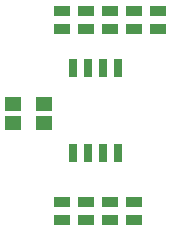
<source format=gtp>
G04*
G04 #@! TF.GenerationSoftware,Altium Limited,Altium Designer,23.4.1 (23)*
G04*
G04 Layer_Color=8421504*
%FSLAX25Y25*%
%MOIN*%
G70*
G04*
G04 #@! TF.SameCoordinates,985B102E-A1E5-4F21-A819-21D10D55B489*
G04*
G04*
G04 #@! TF.FilePolarity,Positive*
G04*
G01*
G75*
%ADD12R,0.02559X0.06496*%
%ADD13R,0.05315X0.03740*%
%ADD14R,0.05733X0.05136*%
D12*
X188000Y362500D02*
D03*
X183000D02*
D03*
X178000D02*
D03*
X173000D02*
D03*
Y334154D02*
D03*
X178000D02*
D03*
X183000D02*
D03*
X188000D02*
D03*
D13*
X201500Y381500D02*
D03*
Y375398D02*
D03*
X185500D02*
D03*
Y381500D02*
D03*
X193500Y375398D02*
D03*
Y381500D02*
D03*
X177500Y311898D02*
D03*
Y318000D02*
D03*
X169500Y311898D02*
D03*
Y318000D02*
D03*
X185500Y311898D02*
D03*
Y318000D02*
D03*
X193500D02*
D03*
Y311898D02*
D03*
X169500Y375398D02*
D03*
Y381500D02*
D03*
X177500Y375398D02*
D03*
Y381500D02*
D03*
D14*
X163500Y344155D02*
D03*
Y350500D02*
D03*
X153000Y344155D02*
D03*
Y350500D02*
D03*
M02*

</source>
